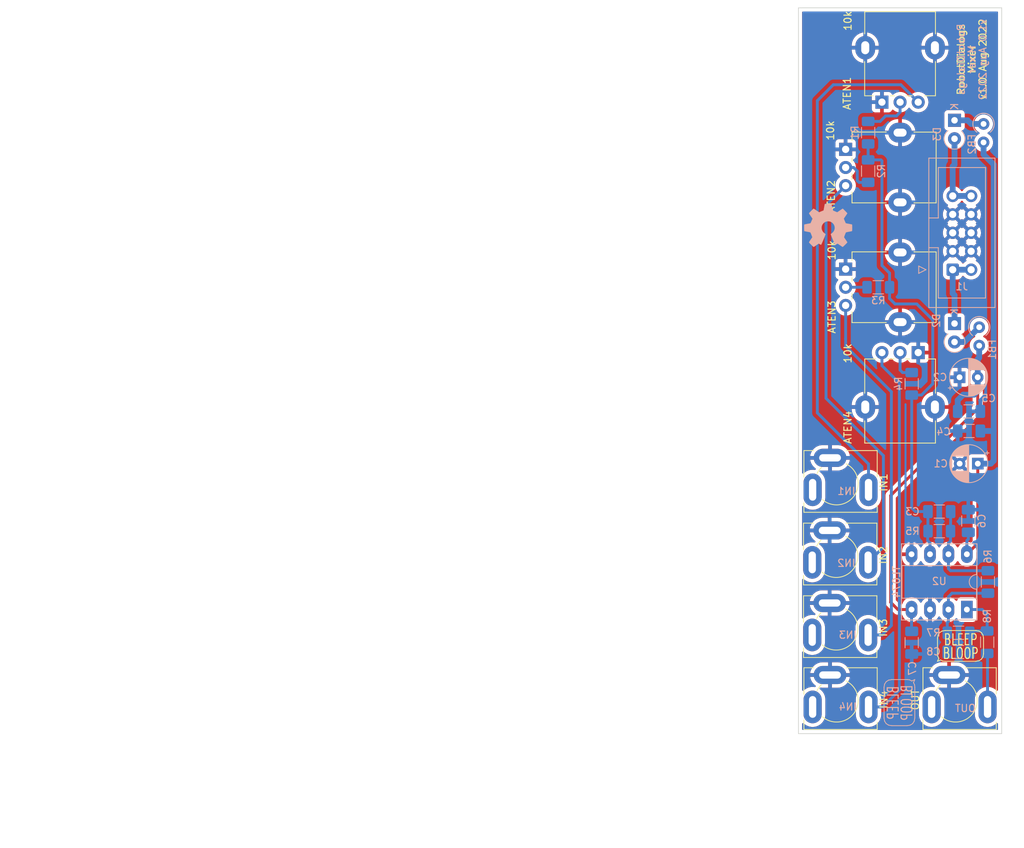
<source format=kicad_pcb>
(kicad_pcb (version 20211014) (generator pcbnew)
  (title_block (title "Mixer") (date "2022-08-06") (rev "1.0") (company "RobotDialogs"))
  (layers (0 "F.Cu" signal) (31 "B.Cu" signal) (34 "B.Paste" user) (35 "F.Paste" user) (36 "B.SilkS" user "B.Silkscreen") (37 "F.SilkS" user "F.Silkscreen") (38 "B.Mask" user) (39 "F.Mask" user) (44 "Edge.Cuts" user))
  (net 0 "")
  (net 1 "+12V")
  (net 2 "GND")
  (net 3 "-12V")
  (net 4 "Net-(ATEN1-Pad2)")
  (net 5 "Net-(ATEN1-Pad3)")
  (net 6 "-12VA")
  (net 7 "Net-(D2-Pad2)")
  (net 8 "Net-(D3-Pad1)")
  (net 9 "+12VA")
  (net 10 "Net-(ATEN2-Pad2)")
  (net 11 "Net-(ATEN3-Pad2)")
  (net 12 "Net-(J2-PadT)")
  (net 13 "Net-(U2-Pad1)")
  (net 14 "Net-(U2-Pad6)")
  (net 15 "Net-(ATEN3-Pad3)")
  (net 16 "Net-(ATEN4-Pad2)")
  (net 17 "Net-(ATEN4-Pad3)")
  (net 18 "Net-(U2-Pad7)")
  (net 19 "Net-(U2-Pad2)")
  (net 25 "Net-(J4-PadT)")
  (footprint "My Stuff:Jack_3.5mm_MJ-355W_Vertical" (layer "F.Cu") (at 161.65 145.416668 -90)
    (fp_text reference "J2")
    (fp_text value "OUT" (at -0.1 5.55 90) (layer "F.SilkS"))
    (pad "R" thru_hole oval locked (at 0.9 3.3 270) (size 4.5 2.5) (drill oval 3 1) (layers *.Cu *.Mask))
    (pad "S" thru_hole oval locked (at -3.5 0.9 270) (size 2.5 4.5) (drill oval 1 3) (layers *.Cu *.Mask) (net 2 "GND"))
    (pad "T" thru_hole oval locked (at 0.9 -4.4 270) (size 4.5 2.5) (drill oval 3 1) (layers *.Cu *.Mask) (net 12 "Net-(J2-PadT)"))
  )
  (footprint "My Stuff:Jack_3.5mm_MJ-355W_Vertical" (layer "F.Cu") (at 145.25 115.5 -90)
    (fp_text reference "J3")
    (fp_text value "IN1" (at -0.1 -6.5 90) (layer "F.SilkS"))
    (pad "R" thru_hole oval locked (at 0.9 3.3 270) (size 4.5 2.5) (drill oval 3 1) (layers *.Cu *.Mask))
    (pad "S" thru_hole oval locked (at -3.5 0.9 270) (size 2.5 4.5) (drill oval 1 3) (layers *.Cu *.Mask) (net 2 "GND"))
    (pad "T" thru_hole oval locked (at 0.9 -4.4 270) (size 4.5 2.5) (drill oval 3 1) (layers *.Cu *.Mask) (net 5 "Net-(ATEN1-Pad3)"))
  )
  (footprint "My Stuff:Logo1" (layer "F.Cu") (at 162.3 137.9)
    (fp_text reference "LOGO1" hide)
    (fp_text value "logo1" hide)
    (fp_text user "BLOOP" (at 0.05 1.05) (layer "F.SilkS") (effects (font (size 1.5 1))))
    (fp_text user "BLEEP" (at 0.05 -0.85) (layer "F.SilkS") (effects (font (size 1.5 1))))
  )
  (footprint "My Stuff:Potentiometer_Alpha_RD901F-40-00D_Single_Vertical_w_3d" (layer "F.Cu") (at 154 72)
    (fp_text reference "ATEN2" (at -9.5 4 270) (layer "F.SilkS"))
    (fp_text value "10k")
    (fp_text user "${VALUE}" (at -9.6 -5.1 90 unlocked) (layer "F.SilkS"))
    (pad "1" thru_hole rect locked (at -7.5 -2.5 90) (size 1.8 1.8) (drill 1) (layers *.Cu *.Mask) (net 2 "GND"))
    (pad "2" thru_hole circle locked (at -7.5 0 90) (size 1.8 1.8) (drill 1) (layers *.Cu *.Mask) (net 10 "Net-(ATEN2-Pad2)"))
    (pad "3" thru_hole circle locked (at -7.5 2.5 90) (size 1.8 1.8) (drill 1) (layers *.Cu *.Mask) (net 25 "Net-(J4-PadT)"))
    (pad "MP" thru_hole oval locked (at 0 4.8 90) (size 2.72 3.24) (drill oval 1.1 1.8) (layers *.Cu *.Mask) (net 2 "GND"))
    (pad "MP" thru_hole oval locked (at 0 -4.8 90) (size 2.72 3.24) (drill oval 1.1 1.8) (layers *.Cu *.Mask) (net 2 "GND"))
  )
  (footprint "My Stuff:Jack_3.5mm_MJ-355W_Vertical" (layer "F.Cu") (at 145.25 145.416668 -90)
    (fp_text reference "J6")
    (fp_text value "IN4" (at -0.1 -6.5 90) (layer "F.SilkS"))
    (pad "R" thru_hole oval locked (at 0.9 3.3 270) (size 4.5 2.5) (drill oval 3 1) (layers *.Cu *.Mask))
    (pad "S" thru_hole oval locked (at -3.5 0.9 270) (size 2.5 4.5) (drill oval 1 3) (layers *.Cu *.Mask) (net 2 "GND"))
    (pad "T" thru_hole oval locked (at 0.9 -4.4 270) (size 4.5 2.5) (drill oval 3 1) (layers *.Cu *.Mask) (net 17 "Net-(ATEN4-Pad3)"))
  )
  (footprint "My Stuff:Jack_3.5mm_MJ-355W_Vertical" (layer "F.Cu") (at 145.2 135.5 -90)
    (fp_text reference "J5")
    (fp_text value "IN3" (at -0.1 -6.5 90) (layer "F.SilkS"))
    (pad "R" thru_hole oval locked (at 0.9 3.3 270) (size 4.5 2.5) (drill oval 3 1) (layers *.Cu *.Mask))
    (pad "S" thru_hole oval locked (at -3.5 0.9 270) (size 2.5 4.5) (drill oval 1 3) (layers *.Cu *.Mask) (net 2 "GND"))
    (pad "T" thru_hole oval locked (at 0.9 -4.4 270) (size 4.5 2.5) (drill oval 3 1) (layers *.Cu *.Mask) (net 15 "Net-(ATEN3-Pad3)"))
  )
  (footprint "My Stuff:Potentiometer_Alpha_RD901F-40-00D_Single_Vertical_w_3d" (layer "F.Cu") (at 154 105 -90)
    (fp_text reference "ATEN4" (at 2.8 7.2 90) (layer "F.SilkS"))
    (fp_text value "10k")
    (fp_text user "${VALUE}" (at -7.4 7.2 90 unlocked) (layer "F.SilkS"))
    (pad "1" thru_hole rect locked (at -7.5 -2.5) (size 1.8 1.8) (drill 1) (layers *.Cu *.Mask) (net 2 "GND"))
    (pad "2" thru_hole circle locked (at -7.5 0) (size 1.8 1.8) (drill 1) (layers *.Cu *.Mask) (net 16 "Net-(ATEN4-Pad2)"))
    (pad "3" thru_hole circle locked (at -7.5 2.5) (size 1.8 1.8) (drill 1) (layers *.Cu *.Mask) (net 17 "Net-(ATEN4-Pad3)"))
    (pad "MP" thru_hole oval locked (at 0 4.8) (size 2.72 3.24) (drill oval 1.1 1.8) (layers *.Cu *.Mask) (net 2 "GND"))
    (pad "MP" thru_hole oval locked (at 0 -4.8) (size 2.72 3.24) (drill oval 1.1 1.8) (layers *.Cu *.Mask) (net 2 "GND"))
  )
  (footprint "My Stuff:Potentiometer_Alpha_RD901F-40-00D_Single_Vertical_w_3d" (layer "F.Cu") (at 154 88.5)
    (fp_text reference "ATEN3" (at -9.4 4.1 270) (layer "F.SilkS"))
    (fp_text value "10k")
    (fp_text user "${VALUE}" (at -9.4 -5.1 90 unlocked) (layer "F.SilkS"))
    (pad "1" thru_hole rect locked (at -7.5 -2.5 90) (size 1.8 1.8) (drill 1) (layers *.Cu *.Mask) (net 2 "GND"))
    (pad "2" thru_hole circle locked (at -7.5 0 90) (size 1.8 1.8) (drill 1) (layers *.Cu *.Mask) (net 11 "Net-(ATEN3-Pad2)"))
    (pad "3" thru_hole circle locked (at -7.5 2.5 90) (size 1.8 1.8) (drill 1) (layers *.Cu *.Mask) (net 15 "Net-(ATEN3-Pad3)"))
    (pad "MP" thru_hole oval locked (at 0 4.8 90) (size 2.72 3.24) (drill oval 1.1 1.8) (layers *.Cu *.Mask) (net 2 "GND"))
    (pad "MP" thru_hole oval locked (at 0 -4.8 90) (size 2.72 3.24) (drill oval 1.1 1.8) (layers *.Cu *.Mask) (net 2 "GND"))
  )
  (footprint "My Stuff:Potentiometer_Alpha_RD901F-40-00D_Single_Vertical_w_3d" (layer "F.Cu") (at 154 55.5 90)
    (fp_text reference "ATEN1" (at -6.3 -7.3 90) (layer "F.SilkS"))
    (fp_text value "10k")
    (fp_text user "${VALUE}" (at 3.7 -7.2 90 unlocked) (layer "F.SilkS"))
    (pad "1" thru_hole rect locked (at -7.5 -2.5 180) (size 1.8 1.8) (drill 1) (layers *.Cu *.Mask) (net 2 "GND"))
    (pad "2" thru_hole circle locked (at -7.5 0 180) (size 1.8 1.8) (drill 1) (layers *.Cu *.Mask) (net 4 "Net-(ATEN1-Pad2)"))
    (pad "3" thru_hole circle locked (at -7.5 2.5 180) (size 1.8 1.8) (drill 1) (layers *.Cu *.Mask) (net 5 "Net-(ATEN1-Pad3)"))
    (pad "MP" thru_hole oval locked (at 0 4.8 180) (size 2.72 3.24) (drill oval 1.1 1.8) (layers *.Cu *.Mask) (net 2 "GND"))
    (pad "MP" thru_hole oval locked (at 0 -4.8 180) (size 2.72 3.24) (drill oval 1.1 1.8) (layers *.Cu *.Mask) (net 2 "GND"))
  )
  (footprint "My Stuff:Logo2" (layer "F.Cu") (at 153.9 145.7 90)
    (fp_text reference "LOGO2" hide)
    (fp_text value "logo1" hide)
    (fp_text user "BLEEP" (at -0.05 -0.85 90) (layer "B.SilkS") (effects (font (size 1.5 1)) (justify mirror)))
    (fp_text user "BLOOP" (at -0.05 1.05 90) (layer "B.SilkS") (effects (font (size 1.5 1)) (justify mirror)))
  )
  (footprint "My Stuff:Jack_3.5mm_MJ-355W_Vertical" (layer "F.Cu") (at 145.2 125.5 -90)
    (fp_text reference "J4")
    (fp_text value "IN2" (at -0.1 -6.5 90) (layer "F.SilkS"))
    (pad "R" thru_hole oval locked (at 0.9 3.3 270) (size 4.5 2.5) (drill oval 3 1) (layers *.Cu *.Mask))
    (pad "S" thru_hole oval locked (at -3.5 0.9 270) (size 2.5 4.5) (drill oval 1 3) (layers *.Cu *.Mask) (net 2 "GND"))
    (pad "T" thru_hole oval locked (at 0.9 -4.4 270) (size 4.5 2.5) (drill oval 3 1) (layers *.Cu *.Mask) (net 25 "Net-(J4-PadT)"))
  )
  (footprint "Capacitor_SMD:C_1206_3216Metric_Pad1.33x1.80mm_HandSolder" (layer "B.Cu") (at 155.6 137.4625 90)
    (fp_text reference "C7" (at -3.5375 0.1 90) (layer "B.SilkS") (effects (justify mirror)))
    (fp_text value "10nF")
    (pad "1" smd roundrect locked (at -1.5625 0 90) (size 1.325 1.8) (layers "B.Cu" "B.Paste" "B.Mask") (roundrect_rratio 0.188679) (net 2 "GND"))
    (pad "2" smd roundrect locked (at 1.5625 0 90) (size 1.325 1.8) (layers "B.Cu" "B.Paste" "B.Mask") (roundrect_rratio 0.188679) (net 3 "-12V"))
  )
  (footprint "Resistor_SMD:R_1206_3216Metric_Pad1.30x1.75mm_HandSolder" (layer "B.Cu") (at 162.05 136.1)
    (fp_text reference "R7" (at -3.45 0) (layer "B.SilkS") (effects (justify mirror)))
    (fp_text value "100k")
    (pad "1" smd roundrect locked (at -1.55 0) (size 1.3 1.75) (layers "B.Cu" "B.Paste" "B.Mask") (roundrect_rratio 0.192308) (net 19 "Net-(U2-Pad2)"))
    (pad "2" smd roundrect locked (at 1.55 0) (size 1.3 1.75) (layers "B.Cu" "B.Paste" "B.Mask") (roundrect_rratio 0.192308) (net 13 "Net-(U2-Pad1)"))
  )
  (footprint "Resistor_SMD:R_1206_3216Metric_Pad1.30x1.75mm_HandSolder" (layer "B.Cu") (at 155.6 101.8 -90)
    (fp_text reference "R4" (at 0 1.82 90) (layer "B.SilkS") (effects (justify mirror)))
    (fp_text value "47k")
    (pad "1" smd roundrect locked (at -1.55 0 270) (size 1.3 1.75) (layers "B.Cu" "B.Paste" "B.Mask") (roundrect_rratio 0.192308) (net 16 "Net-(ATEN4-Pad2)"))
    (pad "2" smd roundrect locked (at 1.55 0 270) (size 1.3 1.75) (layers "B.Cu" "B.Paste" "B.Mask") (roundrect_rratio 0.192308) (net 14 "Net-(U2-Pad6)"))
  )
  (footprint "Connector_IDC:IDC-Header_2x05_P2.54mm_Vertical" (layer "B.Cu") (at 161.2475 86.08)
    (fp_text reference "J1" (at 1.2525 2.32) (layer "B.SilkS") (effects (justify mirror)))
    (fp_text value "Conn_02x05_Odd_Even")
    (pad "1" thru_hole roundrect locked (at 0 0) (size 1.7 1.7) (drill 1) (layers *.Cu *.Mask) (roundrect_rratio 0.147059) (net 6 "-12VA"))
    (pad "2" thru_hole circle locked (at 2.54 0) (size 1.7 1.7) (drill 1) (layers *.Cu *.Mask) (net 6 "-12VA"))
    (pad "3" thru_hole circle locked (at 0 -2.54) (size 1.7 1.7) (drill 1) (layers *.Cu *.Mask) (net 2 "GND"))
    (pad "4" thru_hole circle locked (at 2.54 -2.54) (size 1.7 1.7) (drill 1) (layers *.Cu *.Mask) (net 2 "GND"))
    (pad "5" thru_hole circle locked (at 0 -5.08) (size 1.7 1.7) (drill 1) (layers *.Cu *.Mask) (net 2 "GND"))
    (pad "6" thru_hole circle locked (at 2.54 -5.08) (size 1.7 1.7) (drill 1) (layers *.Cu *.Mask) (net 2 "GND"))
    (pad "7" thru_hole circle locked (at 0 -7.62) (size 1.7 1.7) (drill 1) (layers *.Cu *.Mask) (net 2 "GND"))
    (pad "8" thru_hole circle locked (at 2.54 -7.62) (size 1.7 1.7) (drill 1) (layers *.Cu *.Mask) (net 2 "GND"))
    (pad "9" thru_hole circle locked (at 0 -10.16) (size 1.7 1.7) (drill 1) (layers *.Cu *.Mask) (net 9 "+12VA"))
    (pad "10" thru_hole circle locked (at 2.54 -10.16) (size 1.7 1.7) (drill 1) (layers *.Cu *.Mask) (net 9 "+12VA"))
  )
  (footprint "Diode_THT:D_A-405_P2.54mm_Vertical_KathodeUp" (layer "B.Cu") (at 161.5 65.5 -90)
    (fp_text reference "D3" (at 1.9 2.4 90) (layer "B.SilkS") (effects (justify mirror)))
    (fp_text value "D")
    (fp_text user "K" (at -1.9 0 90) (layer "B.SilkS") (effects (justify mirror)))
    (pad "1" thru_hole rect locked (at 0 0 270) (size 1.8 1.8) (drill 0.9) (layers *.Cu *.Mask) (net 8 "Net-(D3-Pad1)"))
    (pad "2" thru_hole oval locked (at 2.54 0 270) (size 1.8 1.8) (drill 0.9) (layers *.Cu *.Mask) (net 9 "+12VA"))
  )
  (footprint "Diode_THT:D_A-405_P2.54mm_Vertical_KathodeUp" (layer "B.Cu") (at 161.5 93.5 -90)
    (fp_text reference "D2" (at -0.4 2.5 90) (layer "B.SilkS") (effects (justify mirror)))
    (fp_text value "D")
    (fp_text user "K" (at -1.6 0 90) (layer "B.SilkS") (effects (justify mirror)))
    (pad "1" thru_hole rect locked (at 0 0 270) (size 1.8 1.8) (drill 0.9) (layers *.Cu *.Mask) (net 6 "-12VA"))
    (pad "2" thru_hole oval locked (at 2.54 0 270) (size 1.8 1.8) (drill 0.9) (layers *.Cu *.Mask) (net 7 "Net-(D2-Pad2)"))
  )
  (footprint "Capacitor_SMD:C_1206_3216Metric_Pad1.33x1.80mm_HandSolder" (layer "B.Cu") (at 163.4 120.7 90)
    (fp_text reference "C6" (at 0 1.85 90) (layer "B.SilkS") (effects (justify mirror)))
    (fp_text value "10nF")
    (pad "1" smd roundrect locked (at -1.5625 0 90) (size 1.325 1.8) (layers "B.Cu" "B.Paste" "B.Mask") (roundrect_rratio 0.188679) (net 1 "+12V"))
    (pad "2" smd roundrect locked (at 1.5625 0 90) (size 1.325 1.8) (layers "B.Cu" "B.Paste" "B.Mask") (roundrect_rratio 0.188679) (net 2 "GND"))
  )
  (footprint "Resistor_SMD:R_1206_3216Metric_Pad1.30x1.75mm_HandSolder" (layer "B.Cu") (at 151 88.5)
    (fp_text reference "R3" (at 0 1.82) (layer "B.SilkS") (effects (justify mirror)))
    (fp_text value "47k")
    (pad "1" smd roundrect locked (at -1.55 0) (size 1.3 1.75) (layers "B.Cu" "B.Paste" "B.Mask") (roundrect_rratio 0.192308) (net 11 "Net-(ATEN3-Pad2)"))
    (pad "2" smd roundrect locked (at 1.55 0) (size 1.3 1.75) (layers "B.Cu" "B.Paste" "B.Mask") (roundrect_rratio 0.192308) (net 14 "Net-(U2-Pad6)"))
  )
  (footprint "Capacitor_THT:CP_Radial_D5.0mm_P2.50mm" (layer "B.Cu") (at 164.705113 112.8 180)
    (fp_text reference "C1" (at 5.105113 0) (layer "B.SilkS") (effects (justify mirror)))
    (fp_text value "100uF")
    (pad "1" thru_hole rect locked (at 0 0 180) (size 1.6 1.6) (drill 0.8) (layers *.Cu *.Mask) (net 1 "+12V"))
    (pad "2" thru_hole circle locked (at 2.5 0 180) (size 1.6 1.6) (drill 0.8) (layers *.Cu *.Mask) (net 2 "GND"))
  )
  (footprint "Resistor_SMD:R_1206_3216Metric_Pad1.30x1.75mm_HandSolder" (layer "B.Cu") (at 159.4 122.100001)
    (fp_text reference "R5" (at -3.7 -0.000001) (layer "B.SilkS") (effects (justify mirror)))
    (fp_text value "47k")
    (pad "1" smd roundrect locked (at -1.55 0) (size 1.3 1.75) (layers "B.Cu" "B.Paste" "B.Mask") (roundrect_rratio 0.192308) (net 14 "Net-(U2-Pad6)"))
    (pad "2" smd roundrect locked (at 1.55 0) (size 1.3 1.75) (layers "B.Cu" "B.Paste" "B.Mask") (roundrect_rratio 0.192308) (net 18 "Net-(U2-Pad7)"))
  )
  (footprint "Resistor_SMD:R_1206_3216Metric_Pad1.30x1.75mm_HandSolder" (layer "B.Cu") (at 149.6 72.5 90)
    (fp_text reference "R2" (at 0 1.82 90) (layer "B.SilkS") (effects (justify mirror)))
    (fp_text value "47k")
    (pad "1" smd roundrect locked (at -1.55 0 90) (size 1.3 1.75) (layers "B.Cu" "B.Paste" "B.Mask") (roundrect_rratio 0.192308) (net 10 "Net-(ATEN2-Pad2)"))
    (pad "2" smd roundrect locked (at 1.55 0 90) (size 1.3 1.75) (layers "B.Cu" "B.Paste" "B.Mask") (roundrect_rratio 0.192308) (net 14 "Net-(U2-Pad6)"))
  )
  (footprint "Package_DIP:DIP-8_W7.62mm_Socket_LongPads" (layer "B.Cu") (at 163.2 132.9 90)
    (fp_text reference "U2" (at 3.9 -3.8 180) (layer "B.SilkS") (effects (justify mirror)))
    (fp_text value "TL072")
    (pad "1" thru_hole rect locked (at 0 0 90) (size 2.4 1.6) (drill 0.8) (layers *.Cu *.Mask) (net 13 "Net-(U2-Pad1)"))
    (pad "2" thru_hole oval locked (at 0 -2.54 90) (size 2.4 1.6) (drill 0.8) (layers *.Cu *.Mask) (net 19 "Net-(U2-Pad2)"))
    (pad "3" thru_hole oval locked (at 0 -5.08 90) (size 2.4 1.6) (drill 0.8) (layers *.Cu *.Mask) (net 2 "GND"))
    (pad "4" thru_hole oval locked (at 0 -7.62 90) (size 2.4 1.6) (drill 0.8) (layers *.Cu *.Mask) (net 3 "-12V"))
    (pad "5" thru_hole oval locked (at 7.62 -7.62 90) (size 2.4 1.6) (drill 0.8) (layers *.Cu *.Mask) (net 2 "GND"))
    (pad "6" thru_hole oval locked (at 7.62 -5.08 90) (size 2.4 1.6) (drill 0.8) (layers *.Cu *.Mask) (net 14 "Net-(U2-Pad6)"))
    (pad "7" thru_hole oval locked (at 7.62 -2.54 90) (size 2.4 1.6) (drill 0.8) (layers *.Cu *.Mask) (net 18 "Net-(U2-Pad7)"))
    (pad "8" thru_hole oval locked (at 7.62 0 90) (size 2.4 1.6) (drill 0.8) (layers *.Cu *.Mask) (net 1 "+12V"))
  )
  (footprint "Resistor_SMD:R_1206_3216Metric_Pad1.30x1.75mm_HandSolder" (layer "B.Cu") (at 149.6 67.2 -90)
    (fp_text reference "R1" (at 0 1.82 90) (layer "B.SilkS") (effects (justify mirror)))
    (fp_text value "47k")
    (pad "1" smd roundrect locked (at -1.55 0 270) (size 1.3 1.75) (layers "B.Cu" "B.Paste" "B.Mask") (roundrect_rratio 0.192308) (net 4 "Net-(ATEN1-Pad2)"))
    (pad "2" smd roundrect locked (at 1.55 0 270) (size 1.3 1.75) (layers "B.Cu" "B.Paste" "B.Mask") (roundrect_rratio 0.192308) (net 14 "Net-(U2-Pad6)"))
  )
  (footprint "Resistor_SMD:R_1206_3216Metric_Pad1.30x1.75mm_HandSolder" (layer "B.Cu") (at 166.1 129.1 -90)
    (fp_text reference "R6" (at -3.5 0 90) (layer "B.SilkS") (effects (justify mirror)))
    (fp_text value "100k")
    (pad "1" smd roundrect locked (at -1.55 0 270) (size 1.3 1.75) (layers "B.Cu" "B.Paste" "B.Mask") (roundrect_rratio 0.192308) (net 18 "Net-(U2-Pad7)"))
    (pad "2" smd roundrect locked (at 1.55 0 270) (size 1.3 1.75) (layers "B.Cu" "B.Paste" "B.Mask") (roundrect_rratio 0.192308) (net 19 "Net-(U2-Pad2)"))
  )
  (footprint "Symbol:OSHW-Symbol_6.7x6mm_SilkScreen" (layer "B.Cu") (at 144.1 80 180)
    (fp_text reference "LOGO3" hide)
    (fp_text value "Logo_Open_Hardware_Small" hide)
  )
  (footprint "Capacitor_SMD:C_1206_3216Metric_Pad1.33x1.80mm_HandSolder" (layer "B.Cu") (at 163.5 108.3 180)
    (fp_text reference "C4" (at 3.5 -0.1) (layer "B.SilkS") (effects (justify mirror)))
    (fp_text value "10nF")
    (pad "1" smd roundrect locked (at -1.5625 0 180) (size 1.325 1.8) (layers "B.Cu" "B.Paste" "B.Mask") (roundrect_rratio 0.188679) (net 1 "+12V"))
    (pad "2" smd roundrect locked (at 1.5625 0 180) (size 1.325 1.8) (layers "B.Cu" "B.Paste" "B.Mask") (roundrect_rratio 0.188679) (net 2 "GND"))
  )
  (footprint "Capacitor_SMD:C_1206_3216Metric_Pad1.33x1.80mm_HandSolder" (layer "B.Cu") (at 163.5 105.6 180)
    (fp_text reference "C5" (at -2.7 1.8) (layer "B.SilkS") (effects (justify mirror)))
    (fp_text value "10nF")
    (pad "1" smd roundrect locked (at -1.5625 0 180) (size 1.325 1.8) (layers "B.Cu" "B.Paste" "B.Mask") (roundrect_rratio 0.188679) (net 2 "GND"))
    (pad "2" smd roundrect locked (at 1.5625 0 180) (size 1.325 1.8) (layers "B.Cu" "B.Paste" "B.Mask") (roundrect_rratio 0.188679) (net 3 "-12V"))
  )
  (footprint "Capacitor_THT:CP_Radial_D5.0mm_P2.50mm" (layer "B.Cu") (at 162.194888 100.9)
    (fp_text reference "C2" (at -2.694888 0) (layer "B.SilkS") (effects (justify mirror)))
    (fp_text value "100uF")
    (pad "1" thru_hole rect locked (at 0 0) (size 1.6 1.6) (drill 0.8) (layers *.Cu *.Mask) (net 2 "GND"))
    (pad "2" thru_hole circle locked (at 2.5 0) (size 1.6 1.6) (drill 0.8) (layers *.Cu *.Mask) (net 3 "-12V"))
  )
  (footprint "Capacitor_SMD:C_1206_3216Metric_Pad1.33x1.80mm_HandSolder" (layer "B.Cu") (at 162.0625 138.75)
    (fp_text reference "C8" (at -3.4625 -0.05) (layer "B.SilkS") (effects (justify mirror)))
    (fp_text value "10pF")
    (pad "1" smd roundrect locked (at -1.5625 0) (size 1.325 1.8) (layers "B.Cu" "B.Paste" "B.Mask") (roundrect_rratio 0.188679) (net 19 "Net-(U2-Pad2)"))
    (pad "2" smd roundrect locked (at 1.5625 0) (size 1.325 1.8) (layers "B.Cu" "B.Paste" "B.Mask") (roundrect_rratio 0.188679) (net 13 "Net-(U2-Pad1)"))
  )
  (footprint "Capacitor_SMD:C_1206_3216Metric_Pad1.33x1.80mm_HandSolder" (layer "B.Cu") (at 159.4 119.4)
    (fp_text reference "C3" (at -3.7 0) (layer "B.SilkS") (effects (justify mirror)))
    (fp_text value "10pF")
    (pad "1" smd roundrect locked (at -1.5625 0) (size 1.325 1.8) (layers "B.Cu" "B.Paste" "B.Mask") (roundrect_rratio 0.188679) (net 14 "Net-(U2-Pad6)"))
    (pad "2" smd roundrect locked (at 1.5625 0) (size 1.325 1.8) (layers "B.Cu" "B.Paste" "B.Mask") (roundrect_rratio 0.188679) (net 18 "Net-(U2-Pad7)"))
  )
  (footprint "Inductor_THT:L_Axial_L6.6mm_D2.7mm_P2.54mm_Vertical_Vishay_IM-2" (layer "B.Cu") (at 164.9 94 -90)
    (fp_text reference "FB1" (at 3.1 -1.8 90) (layer "B.SilkS") (effects (justify mirror)))
    (fp_text value "FerriteBead")
    (pad "1" thru_hole circle locked (at 0 0 270) (size 1.6 1.6) (drill 0.8) (layers *.Cu *.Mask) (net 7 "Net-(D2-Pad2)"))
    (pad "2" thru_hole oval locked (at 2.54 0 270) (size 1.6 1.6) (drill 0.8) (layers *.Cu *.Mask) (net 3 "-12V"))
  )
  (footprint "Resistor_SMD:R_1206_3216Metric_Pad1.30x1.75mm_HandSolder" (layer "B.Cu") (at 166 137.4 -90)
    (fp_text reference "R8" (at -3.6 0 90) (layer "B.SilkS") (effects (justify mirror)))
    (fp_text value "1k")
    (pad "1" smd roundrect locked (at -1.55 0 270) (size 1.3 1.75) (layers "B.Cu" "B.Paste" "B.Mask") (roundrect_rratio 0.192308) (net 13 "Net-(U2-Pad1)"))
    (pad "2" smd roundrect locked (at 1.55 0 270) (size 1.3 1.75) (layers "B.Cu" "B.Paste" "B.Mask") (roundrect_rratio 0.192308) (net 12 "Net-(J2-PadT)"))
  )
  (footprint "Inductor_THT:L_Axial_L6.6mm_D2.7mm_P2.54mm_Vertical_Vishay_IM-2" (layer "B.Cu") (at 165.5 66 -90)
    (fp_text reference "FB2" (at 2.8 1.6 -90) (layer "B.SilkS") (effects (justify mirror)))
    (fp_text value "FerriteBead")
    (pad "1" thru_hole circle locked (at 0 0 270) (size 1.6 1.6) (drill 0.8) (layers *.Cu *.Mask) (net 8 "Net-(D3-Pad1)"))
    (pad "2" thru_hole oval locked (at 2.54 0 270) (size 1.6 1.6) (drill 0.8) (layers *.Cu *.Mask) (net 1 "+12V"))
  )
  (gr_rect locked (start 140 50) (end 168 150) (layer "Edge.Cuts") (width 0.1) (fill none))
  (gr_text "TL074" (at 153.5 129.1 90) (layer "B.SilkS") (effects (font (size 1 1)) (justify mirror)))
  (gr_text "v1.0 Aug 2022" (at 165.4 57.1 90) (layer "B.SilkS") (effects (font (size 1 1)) (justify mirror)))
  (gr_text "IN3" (at 146.8 136.4) (layer "B.SilkS") (effects (font (size 1 1)) (justify mirror)))
  (gr_text "IN4" (at 146.8 146.3) (layer "B.SilkS") (effects (font (size 1 1)) (justify mirror)))
  (gr_text "IN2" (at 146.6 126.5) (layer "B.SilkS") (effects (font (size 1 1)) (justify mirror)))
  (gr_text "IN1" (at 146.6 116.6) (layer "B.SilkS") (effects (font (size 1 1)) (justify mirror)))
  (gr_text "RobotDialogs\n" (at 162.4 57.1 90) (layer "B.SilkS") (effects (font (size 1 1)) (justify mirror)))
  (gr_text "OUT" (at 163 146.5) (layer "B.SilkS") (effects (font (size 1 1)) (justify mirror)))
  (gr_text "Mixer" (at 163.9 57.1 90) (layer "B.SilkS") (effects (font (size 1 1)) (justify mirror)))
  (gr_text "v1.0 Aug 2022" (at 165.4 57.1 90) (layer "F.SilkS") (effects (font (size 1 1))))
  (gr_text "Mixer" (at 163.9 57.1 90) (layer "F.SilkS") (effects (font (size 1 1))))
  (gr_text "RobotDialogs\n" (at 162.4 57.1 90) (layer "F.SilkS") (effects (font (size 1 1))))
  (segment (start 164.705113 123.774887) (end 163.2 125.28) (width 0.4) (layer "F.Cu") (net 1))
  (segment (start 164.705113 112.8) (end 164.705113 123.774887) (width 0.4) (layer "F.Cu") (net 1))
  (segment (start 165.5 68.54) (end 165.5 70.2) (width 0.8) (layer "B.Cu") (net 1))
  (segment (start 165.5 70.2) (end 166.9 71.6) (width 0.8) (layer "B.Cu") (net 1))
  (segment (start 166.5 112.8) (end 164.705113 112.8) (width 0.8) (layer "B.Cu") (net 1))
  (segment (start 163.4 122.2625) (end 163.4 123.2) (width 0.4) (layer "B.Cu") (net 1))
  (segment (start 163.2 123.4) (end 163.2 125.28) (width 0.4) (layer "B.Cu") (net 1))
  (segment (start 166.9 108.3) (end 166.9 112.4) (width 0.8) (layer "B.Cu") (net 1))
  (segment (start 163.4 123.2) (end 163.2 123.4) (width 0.4) (layer "B.Cu") (net 1))
  (segment (start 166.9 112.4) (end 166.5 112.8) (width 0.8) (layer "B.Cu") (net 1))
  (segment (start 165.0625 108.3) (end 166.9 108.3) (width 0.8) (layer "B.Cu") (net 1))
  (segment (start 166.9 71.6) (end 166.9 108.3) (width 0.8) (layer "B.Cu") (net 1))
  (segment (start 164.694888 105.205112) (end 152.7 117.2) (width 0.4) (layer "F.Cu") (net 3))
  (segment (start 152.7 131.9) (end 153.7 132.9) (width 0.4) (layer "F.Cu") (net 3))
  (segment (start 153.7 132.9) (end 155.58 132.9) (width 0.4) (layer "F.Cu") (net 3))
  (segment (start 152.7 117.2) (end 152.7 131.9) (width 0.4) (layer "F.Cu") (net 3))
  (segment (start 164.694888 100.9) (end 164.694888 105.205112) (width 0.4) (layer "F.Cu") (net 3))
  (segment (start 161.9375 105.6) (end 161.9375 104.0625) (width 0.8) (layer "B.Cu") (net 3))
  (segment (start 161.9375 104.0625) (end 162.7 103.3) (width 0.8) (layer "B.Cu") (net 3))
  (segment (start 164.694888 102.794888) (end 164.694888 100.9) (width 0.8) (layer "B.Cu") (net 3))
  (segment (start 164.7 102.8) (end 164.694888 102.794888) (width 0.8) (layer "B.Cu") (net 3))
  (segment (start 162.7 103.3) (end 164.2 103.3) (width 0.8) (layer "B.Cu") (net 3))
  (segment (start 155.58 135.88) (end 155.6 135.9) (width 0.4) (layer "B.Cu") (net 3))
  (segment (start 155.58 132.9) (end 155.58 135.88) (width 0.4) (layer "B.Cu") (net 3))
  (segment (start 164.9 96.54) (end 164.9 98.2) (width 0.8) (layer "B.Cu") (net 3))
  (segment (start 164.2 103.3) (end 164.7 102.8) (width 0.8) (layer "B.Cu") (net 3))
  (segment (start 164.694888 98.405112) (end 164.694888 100.9) (width 0.8) (layer "B.Cu") (net 3))
  (segment (start 164.9 98.2) (end 164.694888 98.405112) (width 0.8) (layer "B.Cu") (net 3))
  (segment (start 154 63) (end 154 64.4) (width 0.4) (layer "B.Cu") (net 4))
  (segment (start 151.25 65.65) (end 152 64.9) (width 0.4) (layer "B.Cu") (net 4))
  (segment (start 154 64.4) (end 153.5 64.9) (width 0.4) (layer "B.Cu") (net 4))
  (segment (start 153.5 64.9) (end 152 64.9) (width 0.4) (layer "B.Cu") (net 4))
  (segment (start 149.6 65.65) (end 151.25 65.65) (width 0.4) (layer "B.Cu") (net 4))
  (segment (start 142.6 94.9) (end 142.6 105.8) (width 0.4) (layer "B.Cu") (net 5))
  (segment (start 142.6 94.9) (end 142.6 62.8) (width 0.4) (layer "B.Cu") (net 5))
  (segment (start 154.1 60.6) (end 156.5 63) (width 0.4) (layer "B.Cu") (net 5))
  (segment (start 142.6 62.8) (end 144.8 60.6) (width 0.4) (layer "B.Cu") (net 5))
  (segment (start 142.6 105.8) (end 149.65 112.85) (width 0.4) (layer "B.Cu") (net 5))
  (segment (start 144.8 60.6) (end 154.1 60.6) (width 0.4) (layer "B.Cu") (net 5))
  (segment (start 149.65 112.85) (end 149.65 116.4) (width 0.4) (layer "B.Cu") (net 5))
  (segment (start 161.5 93.5) (end 161.5 89.6) (width 0.8) (layer "B.Cu") (net 6))
  (segment (start 163.7875 86.08) (end 161.2475 86.08) (width 0.8) (layer "B.Cu") (net 6))
  (segment (start 161.2475 86.08) (end 161.2475 89.3475) (width 0.8) (layer "B.Cu") (net 6))
  (segment (start 161.5 89.6) (end 161.2475 89.3475) (width 0.8) (layer "B.Cu") (net 6))
  (segment (start 161.5 96.04) (end 162.86 96.04) (width 0.8) (layer "B.Cu") (net 7))
  (segment (start 162.86 96.04) (end 164.9 94) (width 0.8) (layer "B.Cu") (net 7))
  (segment (start 163.3 65.5) (end 163.8 66) (width 0.8) (layer "B.Cu") (net 8))
  (segment (start 163.8 66) (end 165.5 66) (width 0.8) (layer "B.Cu") (net 8))
  (segment (start 161.5 65.5) (end 163.3 65.5) (width 0.8) (layer "B.Cu") (net 8))
  (segment (start 163.7875 75.92) (end 161.2475 75.92) (width 0.8) (layer "B.Cu") (net 9))
  (segment (start 161.2475 75.92) (end 161.2475 71.8525) (width 0.8) (layer "B.Cu") (net 9))
  (segment (start 161.5 71.6) (end 161.2475 71.8525) (width 0.8) (layer "B.Cu") (net 9))
  (segment (start 161.5 68.04) (end 161.5 71.6) (width 0.8) (layer "B.Cu") (net 9))
  (segment (start 148.35 74.05) (end 148.1 73.8) (width 0.4) (layer "B.Cu") (net 10))
  (segment (start 147.6 72) (end 146.5 72) (width 0.4) (layer "B.Cu") (net 10))
  (segment (start 148.1 72.5) (end 147.6 72) (width 0.4) (layer "B.Cu") (net 10))
  (segment (start 149.6 74.05) (end 148.35 74.05) (width 0.4) (layer "B.Cu") (net 10))
  (segment (start 148.1 73.8) (end 148.1 72.5) (width 0.4) (layer "B.Cu") (net 10))
  (segment (start 149.45 88.5) (end 146.5 88.5) (width 0.4) (layer "B.Cu") (net 11))
  (segment (start 166 138.95) (end 166.05 139) (width 0.4) (layer "B.Cu") (net 12))
  (segment (start 166.05 139) (end 166.05 146.316668) (width 0.4) (layer "B.Cu") (net 12))
  (segment (start 163.625 138.75) (end 163.625 136.125) (width 0.4) (layer "B.Cu") (net 13))
  (segment (start 163.85 135.85) (end 163.6 136.1) (width 0.4) (layer "B.Cu") (net 13))
  (segment (start 166 133.6) (end 166 135.85) (width 0.4) (layer "B.Cu") (net 13))
  (segment (start 163.2 132.9) (end 165.3 132.9) (width 0.4) (layer "B.Cu") (net 13))
  (segment (start 166 135.85) (end 163.85 135.85) (width 0.4) (layer "B.Cu") (net 13))
  (segment (start 165.3 132.9) (end 166 133.6) (width 0.4) (layer "B.Cu") (net 13))
  (segment (start 163.625 136.125) (end 163.6 136.1) (width 0.4) (layer "B.Cu") (net 13))
  (segment (start 156.95 103.35) (end 158.5 101.8) (width 0.4) (layer "B.Cu") (net 14))
  (segment (start 155.6 118.9) (end 156.1 119.4) (width 0.4) (layer "B.Cu") (net 14))
  (segment (start 158.12 125.28) (end 158.12 123.72) (width 0.4) (layer "B.Cu") (net 14))
  (segment (start 156.1 119.4) (end 157.8375 119.4) (width 0.4) (layer "B.Cu") (net 14))
  (segment (start 149.6 68.75) (end 149.6 70.95) (width 0.4) (layer "B.Cu") (net 14))
  (segment (start 156.3 90.8) (end 153.3 90.8) (width 0.4) (layer "B.Cu") (net 14))
  (segment (start 157.8375 119.4) (end 157.8375 122.087501) (width 0.4) (layer "B.Cu") (net 14))
  (segment (start 151.35 70.95) (end 151.5 71.1) (width 0.4) (layer "B.Cu") (net 14))
  (segment (start 153.3 90.8) (end 152.55 90.05) (width 0.4) (layer "B.Cu") (net 14))
  (segment (start 155.6 103.35) (end 156.95 103.35) (width 0.4) (layer "B.Cu") (net 14))
  (segment (start 157.8 122.150001) (end 157.85 122.100001) (width 0.4) (layer "B.Cu") (net 14))
  (segment (start 152.55 90.05) (end 152.55 88.5) (width 0.4) (layer "B.Cu") (net 14))
  (segment (start 158.5 93) (end 156.3 90.8) (width 0.4) (layer "B.Cu") (net 14))
  (segment (start 157.8375 122.087501) (end 157.85 122.100001) (width 0.4) (layer "B.Cu") (net 14))
  (segment (start 151.5 71.1) (end 151.5 85.5) (width 0.4) (layer "B.Cu") (net 14))
  (segment (start 158.12 123.72) (end 157.8 123.4) (width 0.4) (layer "B.Cu") (net 14))
  (segment (start 149.6 70.95) (end 151.35 70.95) (width 0.4) (layer "B.Cu") (net 14))
  (segment (start 158.5 101.8) (end 158.5 93) (width 0.4) (layer "B.Cu") (net 14))
  (segment (start 152.55 86.55) (end 152.55 88.5) (width 0.4) (layer "B.Cu") (net 14))
  (segment (start 157.8 123.4) (end 157.8 122.150001) (width 0.4) (layer "B.Cu") (net 14))
  (segment (start 155.6 103.35) (end 155.6 118.9) (width 0.4) (layer "B.Cu") (net 14))
  (segment (start 151.5 85.5) (end 152.55 86.55) (width 0.4) (layer "B.Cu") (net 14))
  (segment (start 146.5 95.6) (end 146.5 91) (width 0.4) (layer "B.Cu") (net 15))
  (segment (start 152.8 135.1) (end 151.5 136.4) (width 0.4) (layer "B.Cu") (net 15))
  (segment (start 149.6 136.4) (end 151.5 136.4) (width 0.4) (layer "B.Cu") (net 15))
  (segment (start 152.8 102.9) (end 152.8 135.1) (width 0.4) (layer "B.Cu") (net 15))
  (segment (start 146.5 96.6) (end 152.8 102.9) (width 0.4) (layer "B.Cu") (net 15))
  (segment (start 146.5 95.6) (end 146.5 96.6) (width 0.4) (layer "B.Cu") (net 15))
  (segment (start 154 99.9) (end 154.35 100.25) (width 0.4) (layer "B.Cu") (net 16))
  (segment (start 154 97.5) (end 154 99.9) (width 0.4) (layer "B.Cu") (net 16))
  (segment (start 154.35 100.25) (end 155.6 100.25) (width 0.4) (layer "B.Cu") (net 16))
  (segment (start 151.583332 146.316668) (end 153.9 144) (width 0.4) (layer "B.Cu") (net 17))
  (segment (start 153.9 101.7) (end 151.5 99.3) (width 0.4) (layer "B.Cu") (net 17))
  (segment (start 151.5 99.3) (end 151.5 97.5) (width 0.4) (layer "B.Cu") (net 17))
  (segment (start 153.9 144) (end 153.9 101.7) (width 0.4) (layer "B.Cu") (net 17))
  (segment (start 149.65 146.316668) (end 151.583332 146.316668) (width 0.4) (layer "B.Cu") (net 17))
  (segment (start 160.66 125.28) (end 160.66 127.26) (width 0.4) (layer "B.Cu") (net 18))
  (segment (start 160.9625 119.4) (end 160.9625 122.087501) (width 0.4) (layer "B.Cu") (net 18))
  (segment (start 160.66 123.74) (end 160.66 125.28) (width 0.4) (layer "B.Cu") (net 18))
  (segment (start 160.95 122.100001) (end 160.95 123.45) (width 0.4) (layer "B.Cu") (net 18))
  (segment (start 160.95 127.55) (end 166.1 127.55) (width 0.4) (layer "B.Cu") (net 18))
  (segment (start 160.95 123.45) (end 160.66 123.74) (width 0.4) (layer "B.Cu") (net 18))
  (segment (start 160.9625 122.087501) (end 160.95 122.100001) (width 0.4) (layer "B.Cu") (net 18))
  (segment (start 160.66 127.26) (end 160.95 127.55) (width 0.4) (layer "B.Cu") (net 18))
  (segment (start 160.5 138.75) (end 160.5 136.1) (width 0.4) (layer "B.Cu") (net 19))
  (segment (start 160.5 134.7) (end 160.5 136.1) (width 0.4) (layer "B.Cu") (net 19))
  (segment (start 166.1 130.65) (end 161.15 130.65) (width 0.4) (layer "B.Cu") (net 19))
  (segment (start 161.15 130.65) (end 160.66 131.14) (width 0.4) (layer "B.Cu") (net 19))
  (segment (start 160.66 132.9) (end 160.66 134.54) (width 0.4) (layer "B.Cu") (net 19))
  (segment (start 160.66 131.14) (end 160.66 132.9) (width 0.4) (layer "B.Cu") (net 19))
  (segment (start 160.66 134.54) (end 160.5 134.7) (width 0.4) (layer "B.Cu") (net 19))
  (segment (start 151.7 124.3) (end 151.7 111.7) (width 0.4) (layer "B.Cu") (net 25))
  (segment (start 143.8 103.8) (end 143.8 77.2) (width 0.4) (layer "B.Cu") (net 25))
  (segment (start 151.7 111.7) (end 143.8 103.8) (width 0.4) (layer "B.Cu") (net 25))
  (segment (start 143.8 77.2) (end 146.5 74.5) (width 0.4) (layer "B.Cu") (net 25))
  (segment (start 149.6 126.4) (end 151.7 124.3) (width 0.4) (layer "B.Cu") (net 25))
  (zone locked (net 2) (net_name "GND") (layers F&B.Cu) (connect_pads (clearance 0.508)) (min_thickness 0.254) (fill yes (thermal_gap 0.508) (thermal_bridge_width 0.508))
    (polygon (pts (xy 167.5 149.5) (xy 140.5 149.5) (xy 140.5 50.5) (xy 167.5 50.5)))
  )
)
</source>
